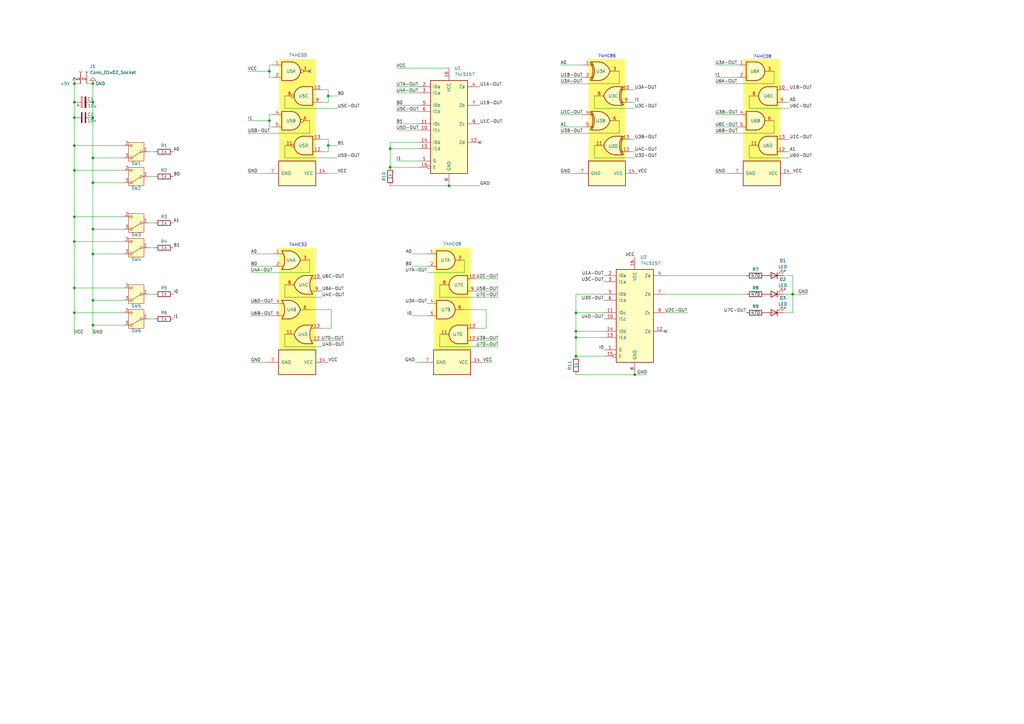
<source format=kicad_sch>
(kicad_sch (version 20231120) (generator "eeschema") (generator_version "8.0")
  (paper "A3")
  (lib_symbols
    (symbol "74xx:74HC00" (pin_names (offset 1.016))
      (property "Reference" "U" (at 0 1.27 0))
      (property "Value" "74HC00" (at 0 -1.27 0))
      (symbol "74HC00_1_1"
        (pin input line (at -7.62 2.54 0) (length 3.81) (name "~") (number "1"))
        (pin input line (at -7.62 -2.54 0) (length 3.81) (name "~") (number "2"))
        (pin output inverted (at 7.62 0 180) (length 3.81) (name "~") (number "3"))
      )
      (symbol "74HC00_1_2"
        (pin input inverted (at -7.62 2.54 0) (length 4.318) (name "~") (number "1"))
        (pin input inverted (at -7.62 -2.54 0) (length 4.318) (name "~") (number "2"))
        (pin output line (at 7.62 0 180) (length 3.81) (name "~") (number "3"))
      )
      (symbol "74HC00_2_1"
        (pin input line (at -7.62 2.54 0) (length 3.81) (name "~") (number "4"))
        (pin input line (at -7.62 -2.54 0) (length 3.81) (name "~") (number "5"))
        (pin output inverted (at 7.62 0 180) (length 3.81) (name "~") (number "6"))
      )
      (symbol "74HC00_2_2"
        (pin input inverted (at -7.62 2.54 0) (length 4.318) (name "~") (number "4"))
        (pin input inverted (at -7.62 -2.54 0) (length 4.318) (name "~") (number "5"))
        (pin output line (at 7.62 0 180) (length 3.81) (name "~") (number "6"))
      )
      (symbol "74HC00_3_1"
        (pin input line (at -7.62 -2.54 0) (length 3.81) (name "~") (number "10"))
        (pin output inverted (at 7.62 0 180) (length 3.81) (name "~") (number "8"))
        (pin input line (at -7.62 2.54 0) (length 3.81) (name "~") (number "9"))
      )
      (symbol "74HC00_3_2"
        (pin input inverted (at -7.62 -2.54 0) (length 4.318) (name "~") (number "10"))
        (pin output line (at 7.62 0 180) (length 3.81) (name "~") (number "8"))
        (pin input inverted (at -7.62 2.54 0) (length 4.318) (name "~") (number "9"))
      )
      (symbol "74HC00_4_1"
        (pin output inverted (at 7.62 0 180) (length 3.81) (name "~") (number "11"))
        (pin input line (at -7.62 2.54 0) (length 3.81) (name "~") (number "12"))
        (pin input line (at -7.62 -2.54 0) (length 3.81) (name "~") (number "13"))
      )
      (symbol "74HC00_4_2"
        (pin output line (at 7.62 0 180) (length 3.81) (name "~") (number "11"))
        (pin input inverted (at -7.62 2.54 0) (length 4.318) (name "~") (number "12"))
        (pin input inverted (at -7.62 -2.54 0) (length 4.318) (name "~") (number "13"))
      )
      (symbol "74HC00_5_0"
        (pin power_in line (at 0 12.7 270) (length 5.08) (name "VCC") (number "14"))
        (pin power_in line (at 0 -12.7 90) (length 5.08) (name "GND") (number "7"))
      )
    )
    (symbol "74xx:74HC86" (pin_names (offset 1.016))
      (property "Reference" "U" (at 0 1.27 0))
      (property "Value" "74HC86" (at 0 -1.27 0))
      (symbol "74HC86_1_0"
        (pin input line (at -7.62 2.54 0) (length 4.445) (name "~") (number "1"))
        (pin input line (at -7.62 -2.54 0) (length 4.445) (name "~") (number "2"))
        (pin output line (at 7.62 0 180) (length 3.81) (name "~") (number "3"))
      )
      (symbol "74HC86_2_0"
        (pin input line (at -7.62 2.54 0) (length 4.445) (name "~") (number "4"))
        (pin input line (at -7.62 -2.54 0) (length 4.445) (name "~") (number "5"))
        (pin output line (at 7.62 0 180) (length 3.81) (name "~") (number "6"))
      )
      (symbol "74HC86_3_0"
        (pin input line (at -7.62 -2.54 0) (length 4.445) (name "~") (number "10"))
        (pin output line (at 7.62 0 180) (length 3.81) (name "~") (number "8"))
        (pin input line (at -7.62 2.54 0) (length 4.445) (name "~") (number "9"))
      )
      (symbol "74HC86_4_0"
        (pin output line (at 7.62 0 180) (length 3.81) (name "~") (number "11"))
        (pin input line (at -7.62 2.54 0) (length 4.445) (name "~") (number "12"))
        (pin input line (at -7.62 -2.54 0) (length 4.445) (name "~") (number "13"))
      )
      (symbol "74HC86_5_0"
        (pin power_in line (at 0 12.7 270) (length 5.08) (name "VCC") (number "14"))
        (pin power_in line (at 0 -12.7 90) (length 5.08) (name "GND") (number "7"))
      )
    )
    (symbol "74xx:74LS08" (pin_names (offset 1.016))
      (property "Reference" "U" (at 0 1.27 0))
      (property "Value" "74LS08" (at 0 -1.27 0))
      (symbol "74LS08_1_1"
        (pin input line (at -7.62 2.54 0) (length 3.81) (name "~") (number "1"))
        (pin input line (at -7.62 -2.54 0) (length 3.81) (name "~") (number "2"))
        (pin output line (at 7.62 0 180) (length 3.81) (name "~") (number "3"))
      )
      (symbol "74LS08_1_2"
        (pin input inverted (at -7.62 2.54 0) (length 4.318) (name "~") (number "1"))
        (pin input inverted (at -7.62 -2.54 0) (length 4.318) (name "~") (number "2"))
        (pin output inverted (at 7.62 0 180) (length 3.81) (name "~") (number "3"))
      )
      (symbol "74LS08_2_1"
        (pin input line (at -7.62 2.54 0) (length 3.81) (name "~") (number "4"))
        (pin input line (at -7.62 -2.54 0) (length 3.81) (name "~") (number "5"))
        (pin output line (at 7.62 0 180) (length 3.81) (name "~") (number "6"))
      )
      (symbol "74LS08_2_2"
        (pin input inverted (at -7.62 2.54 0) (length 4.318) (name "~") (number "4"))
        (pin input inverted (at -7.62 -2.54 0) (length 4.318) (name "~") (number "5"))
        (pin output inverted (at 7.62 0 180) (length 3.81) (name "~") (number "6"))
      )
      (symbol "74LS08_3_1"
        (pin input line (at -7.62 -2.54 0) (length 3.81) (name "~") (number "10"))
        (pin output line (at 7.62 0 180) (length 3.81) (name "~") (number "8"))
        (pin input line (at -7.62 2.54 0) (length 3.81) (name "~") (number "9"))
      )
      (symbol "74LS08_3_2"
        (pin input inverted (at -7.62 -2.54 0) (length 4.318) (name "~") (number "10"))
        (pin output inverted (at 7.62 0 180) (length 3.81) (name "~") (number "8"))
        (pin input inverted (at -7.62 2.54 0) (length 4.318) (name "~") (number "9"))
      )
      (symbol "74LS08_4_1"
        (pin output line (at 7.62 0 180) (length 3.81) (name "~") (number "11"))
        (pin input line (at -7.62 2.54 0) (length 3.81) (name "~") (number "12"))
        (pin input line (at -7.62 -2.54 0) (length 3.81) (name "~") (number "13"))
      )
      (symbol "74LS08_4_2"
        (pin output inverted (at 7.62 0 180) (length 3.81) (name "~") (number "11"))
        (pin input inverted (at -7.62 2.54 0) (length 4.318) (name "~") (number "12"))
        (pin input inverted (at -7.62 -2.54 0) (length 4.318) (name "~") (number "13"))
      )
      (symbol "74LS08_5_0"
        (pin power_in line (at 0 12.7 270) (length 5.08) (name "VCC") (number "14"))
        (pin power_in line (at 0 -12.7 90) (length 5.08) (name "GND") (number "7"))
      )
    )
    (symbol "74xx:74LS157" (pin_names (offset 1.016))
      (property "Reference" "U" (at -7.62 19.05 0))
      (property "Value" "74LS157" (at -7.62 -21.59 0))
      (symbol "74LS157_1_0"
        (pin input line (at -12.7 -15.24 0) (length 5.08) (name "S") (number "1"))
        (pin input line (at -12.7 -2.54 0) (length 5.08) (name "I1c") (number "10"))
        (pin input line (at -12.7 0 0) (length 5.08) (name "I0c") (number "11"))
        (pin output line (at 12.7 -7.62 180) (length 5.08) (name "Zd") (number "12"))
        (pin input line (at -12.7 -10.16 0) (length 5.08) (name "I1d") (number "13"))
        (pin input line (at -12.7 -7.62 0) (length 5.08) (name "I0d") (number "14"))
        (pin input inverted (at -12.7 -17.78 0) (length 5.08) (name "E") (number "15"))
        (pin power_in line (at 0 22.86 270) (length 5.08) (name "VCC") (number "16"))
        (pin input line (at -12.7 15.24 0) (length 5.08) (name "I0a") (number "2"))
        (pin input line (at -12.7 12.7 0) (length 5.08) (name "I1a") (number "3"))
        (pin output line (at 12.7 15.24 180) (length 5.08) (name "Za") (number "4"))
        (pin input line (at -12.7 7.62 0) (length 5.08) (name "I0b") (number "5"))
        (pin input line (at -12.7 5.08 0) (length 5.08) (name "I1b") (number "6"))
        (pin output line (at 12.7 7.62 180) (length 5.08) (name "Zb") (number "7"))
        (pin power_in line (at 0 -25.4 90) (length 5.08) (name "GND") (number "8"))
        (pin output line (at 12.7 0 180) (length 5.08) (name "Zc") (number "9"))
      )
    )
    (symbol "74xx:74LS32" (pin_names (offset 1.016))
      (property "Reference" "U" (at 0 1.27 0))
      (property "Value" "74LS32" (at 0 -1.27 0))
      (symbol "74LS32_1_1"
        (pin input line (at -7.62 2.54 0) (length 4.318) (name "~") (number "1"))
        (pin input line (at -7.62 -2.54 0) (length 4.318) (name "~") (number "2"))
        (pin output line (at 7.62 0 180) (length 3.81) (name "~") (number "3"))
      )
      (symbol "74LS32_1_2"
        (pin input inverted (at -7.62 2.54 0) (length 3.81) (name "~") (number "1"))
        (pin input inverted (at -7.62 -2.54 0) (length 3.81) (name "~") (number "2"))
        (pin output inverted (at 7.62 0 180) (length 3.81) (name "~") (number "3"))
      )
      (symbol "74LS32_2_1"
        (pin input line (at -7.62 2.54 0) (length 4.318) (name "~") (number "4"))
        (pin input line (at -7.62 -2.54 0) (length 4.318) (name "~") (number "5"))
        (pin output line (at 7.62 0 180) (length 3.81) (name "~") (number "6"))
      )
      (symbol "74LS32_2_2"
        (pin input inverted (at -7.62 2.54 0) (length 3.81) (name "~") (number "4"))
        (pin input inverted (at -7.62 -2.54 0) (length 3.81) (name "~") (number "5"))
        (pin output inverted (at 7.62 0 180) (length 3.81) (name "~") (number "6"))
      )
      (symbol "74LS32_3_1"
        (pin input line (at -7.62 -2.54 0) (length 4.318) (name "~") (number "10"))
        (pin output line (at 7.62 0 180) (length 3.81) (name "~") (number "8"))
        (pin input line (at -7.62 2.54 0) (length 4.318) (name "~") (number "9"))
      )
      (symbol "74LS32_3_2"
        (pin input inverted (at -7.62 -2.54 0) (length 3.81) (name "~") (number "10"))
        (pin output inverted (at 7.62 0 180) (length 3.81) (name "~") (number "8"))
        (pin input inverted (at -7.62 2.54 0) (length 3.81) (name "~") (number "9"))
      )
      (symbol "74LS32_4_1"
        (pin output line (at 7.62 0 180) (length 3.81) (name "~") (number "11"))
        (pin input line (at -7.62 2.54 0) (length 4.318) (name "~") (number "12"))
        (pin input line (at -7.62 -2.54 0) (length 4.318) (name "~") (number "13"))
      )
      (symbol "74LS32_4_2"
        (pin output inverted (at 7.62 0 180) (length 3.81) (name "~") (number "11"))
        (pin input inverted (at -7.62 2.54 0) (length 3.81) (name "~") (number "12"))
        (pin input inverted (at -7.62 -2.54 0) (length 3.81) (name "~") (number "13"))
      )
      (symbol "74LS32_5_0"
        (pin power_in line (at 0 12.7 270) (length 5.08) (name "VCC") (number "14"))
        (pin power_in line (at 0 -12.7 90) (length 5.08) (name "GND") (number "7"))
      )
    )
    (symbol "Connector:Conn_01x02_Socket" (pin_names (offset 1.016) hide)
      (property "Reference" "J" (at 0 2.54 0))
      (property "Value" "Conn_01x02_Socket" (at 0 -5.08 0))
      (symbol "Conn_01x02_Socket_1_1"
        (pin passive line (at -5.08 0 0) (length 3.81) (name "Pin_1") (number "1"))
        (pin passive line (at -5.08 -2.54 0) (length 3.81) (name "Pin_2") (number "2"))
      )
    )
    (symbol "Device:C" (pin_numbers hide) (pin_names (offset 0.254))
      (property "Reference" "C" (at 0.635 2.54 0))
      (property "Value" "C" (at 0.635 -2.54 0))
      (symbol "C_1_1"
        (pin passive line (at 0 3.81 270) (length 2.794) (name "~") (number "1"))
        (pin passive line (at 0 -3.81 90) (length 2.794) (name "~") (number "2"))
      )
    )
    (symbol "Device:C_Polarized" (pin_numbers hide) (pin_names (offset 0.254))
      (property "Reference" "C" (at 0.635 2.54 0))
      (property "Value" "C_Polarized" (at 0.635 -2.54 0))
      (symbol "C_Polarized_1_1"
        (pin passive line (at 0 3.81 270) (length 2.794) (name "~") (number "1"))
        (pin passive line (at 0 -3.81 90) (length 2.794) (name "~") (number "2"))
      )
    )
    (symbol "Device:LED" (pin_numbers hide) (pin_names (offset 1.016) hide)
      (property "Reference" "D" (at 0 2.54 0))
      (property "Value" "LED" (at 0 -2.54 0))
      (symbol "LED_1_1"
        (pin passive line (at -3.81 0 0) (length 2.54) (name "K") (number "1"))
        (pin passive line (at 3.81 0 180) (length 2.54) (name "A") (number "2"))
      )
    )
    (symbol "Device:R" (pin_numbers hide) (pin_names (offset 0))
      (property "Reference" "R" (at 2.032 0 90))
      (property "Value" "R" (at 0 0 90))
      (symbol "R_1_1"
        (pin passive line (at 0 3.81 270) (length 1.27) (name "~") (number "1"))
        (pin passive line (at 0 -3.81 90) (length 1.27) (name "~") (number "2"))
      )
    )
    (symbol "Switch:SW_Wuerth_450301014042" (pin_names (offset 1) hide)
      (property "Reference" "SW" (at 0 5.08 0))
      (property "Value" "SW_Wuerth_450301014042" (at 0 -5.08 0))
      (symbol "SW_Wuerth_450301014042_1_1"
        (pin passive line (at -5.08 0 0) (length 2.54) (name "B") (number "1"))
        (pin passive line (at 5.08 -2.54 180) (length 2.54) (name "C") (number "2"))
        (pin passive line (at 5.08 2.54 180) (length 2.54) (name "A") (number "3"))
      )
    )
    (symbol "power:+5V" (power) (pin_numbers hide) (pin_names (offset 0) hide)
      (property "Value" "+5V" (at 0 3.556 0))
      (symbol "+5V_1_1"
        (pin power_in line (at 0 0 90) (length 0) (name "~") (number "1"))
      )
    )
    (symbol "power:GND" (power) (pin_numbers hide) (pin_names (offset 0) hide)
      (property "Value" "GND" (at 0 -3.81 0))
      (symbol "GND_1_1"
        (pin power_in line (at 0 0 270) (length 0) (name "~") (number "1"))
      )
    )
  )
  (junction (at 30.48 59.69))
  (junction (at 38.1 34.29))
  (junction (at 30.48 34.29))
  (junction (at 236.22 146.05))
  (junction (at 134.62 59.69))
  (junction (at 30.48 118.11))
  (junction (at 260.35 153.67))
  (junction (at 38.1 41.91))
  (junction (at 160.02 68.58))
  (junction (at 30.48 69.85))
  (junction (at 30.48 88.9))
  (junction (at 38.1 133.35))
  (junction (at 30.48 41.91))
  (junction (at 134.62 39.37))
  (junction (at 236.22 135.89))
  (junction (at 30.48 99.06))
  (junction (at 236.22 138.43))
  (junction (at 38.1 48.26))
  (junction (at 38.1 93.98))
  (junction (at 160.02 60.96))
  (junction (at 38.1 104.14))
  (junction (at 110.49 29.21))
  (junction (at 110.49 49.53))
  (junction (at 38.1 74.93))
  (junction (at 38.1 123.19))
  (junction (at 30.48 48.26))
  (junction (at 236.22 128.27))
  (junction (at 184.15 76.2))
  (junction (at 325.12 120.65))
  (junction (at 38.1 64.77))
  (junction (at 30.48 128.27))
  (no_connect (at 196.85 58.42))
  (no_connect (at 127 29.21))
  (no_connect (at 273.05 135.89))
  (wire (pts (xy 236.22 138.43) (xy 236.22 146.05)))
  (wire (pts (xy 236.22 138.43) (xy 247.65 138.43)))
  (wire (pts (xy 134.62 36.83) (xy 134.62 39.37)))
  (wire (pts (xy 204.47 119.38) (xy 195.58 119.38)))
  (wire (pts (xy 325.12 120.65) (xy 331.47 120.65)))
  (wire (pts (xy 110.49 31.75) (xy 111.76 31.75)))
  (wire (pts (xy 127 49.53) (xy 127 54.61)))
  (wire (pts (xy 30.48 128.27) (xy 30.48 137.16)))
  (wire (pts (xy 273.05 120.65) (xy 306.07 120.65)))
  (wire (pts (xy 317.5 29.21) (xy 317.5 34.29)))
  (wire (pts (xy 134.62 62.23) (xy 132.08 62.23)))
  (wire (pts (xy 134.62 57.15) (xy 134.62 59.69)))
  (wire (pts (xy 110.49 49.53) (xy 110.49 46.99)))
  (wire (pts (xy 321.31 120.65) (xy 325.12 120.65)))
  (wire (pts (xy 168.91 129.54) (xy 175.26 129.54)))
  (wire (pts (xy 293.37 71.12) (xy 299.72 71.12)))
  (wire (pts (xy 102.87 148.59) (xy 109.22 148.59)))
  (wire (pts (xy 110.49 31.75) (xy 110.49 29.21)))
  (wire (pts (xy 38.1 34.29) (xy 38.1 41.91)))
  (wire (pts (xy 199.39 127) (xy 199.39 134.62)))
  (wire (pts (xy 162.56 35.56) (xy 171.45 35.56)))
  (wire (pts (xy 102.87 104.14) (xy 111.76 104.14)))
  (wire (pts (xy 116.84 121.92) (xy 116.84 116.84)))
  (wire (pts (xy 160.02 76.2) (xy 184.15 76.2)))
  (wire (pts (xy 50.8 118.11) (xy 30.48 118.11)))
  (wire (pts (xy 101.6 49.53) (xy 110.49 49.53)))
  (wire (pts (xy 247.65 120.65) (xy 236.22 120.65)))
  (wire (pts (xy 236.22 128.27) (xy 236.22 135.89)))
  (wire (pts (xy 323.85 57.15) (xy 322.58 57.15)))
  (wire (pts (xy 243.84 64.77) (xy 260.35 64.77)))
  (wire (pts (xy 307.34 64.77) (xy 323.85 64.77)))
  (wire (pts (xy 162.56 66.04) (xy 171.45 66.04)))
  (wire (pts (xy 38.1 64.77) (xy 50.8 64.77)))
  (wire (pts (xy 38.1 133.35) (xy 50.8 133.35)))
  (wire (pts (xy 132.08 142.24) (xy 116.84 142.24)))
  (wire (pts (xy 323.85 62.23) (xy 322.58 62.23)))
  (wire (pts (xy 160.02 68.58) (xy 171.45 68.58)))
  (wire (pts (xy 116.84 44.45) (xy 138.43 44.45)))
  (wire (pts (xy 260.35 41.91) (xy 259.08 41.91)))
  (wire (pts (xy 293.37 26.67) (xy 302.26 26.67)))
  (wire (pts (xy 162.56 43.18) (xy 171.45 43.18)))
  (wire (pts (xy 38.1 48.26) (xy 38.1 64.77)))
  (wire (pts (xy 38.1 93.98) (xy 38.1 74.93)))
  (wire (pts (xy 132.08 36.83) (xy 134.62 36.83)))
  (wire (pts (xy 50.8 69.85) (xy 30.48 69.85)))
  (wire (pts (xy 325.12 120.65) (xy 325.12 128.27)))
  (wire (pts (xy 38.1 133.35) (xy 38.1 123.19)))
  (wire (pts (xy 30.48 41.91) (xy 30.48 34.29)))
  (wire (pts (xy 50.8 128.27) (xy 30.48 128.27)))
  (wire (pts (xy 323.85 41.91) (xy 322.58 41.91)))
  (wire (pts (xy 30.48 88.9) (xy 50.8 88.9)))
  (wire (pts (xy 135.89 127) (xy 135.89 134.62)))
  (wire (pts (xy 162.56 53.34) (xy 171.45 53.34)))
  (wire (pts (xy 134.62 41.91) (xy 132.08 41.91)))
  (wire (pts (xy 307.34 39.37) (xy 307.34 44.45)))
  (wire (pts (xy 127 54.61) (xy 101.6 54.61)))
  (wire (pts (xy 243.84 39.37) (xy 243.84 44.45)))
  (wire (pts (xy 30.48 99.06) (xy 50.8 99.06)))
  (wire (pts (xy 140.97 139.7) (xy 132.08 139.7)))
  (wire (pts (xy 229.87 26.67) (xy 238.76 26.67)))
  (wire (pts (xy 60.96 91.44) (xy 63.5 91.44)))
  (wire (pts (xy 195.58 114.3) (xy 204.47 114.3)))
  (wire (pts (xy 38.1 93.98) (xy 50.8 93.98)))
  (wire (pts (xy 204.47 139.7) (xy 195.58 139.7)))
  (wire (pts (xy 229.87 54.61) (xy 254 54.61)))
  (wire (pts (xy 110.49 26.67) (xy 111.76 26.67)))
  (wire (pts (xy 38.1 41.91) (xy 38.1 48.26)))
  (wire (pts (xy 110.49 52.07) (xy 111.76 52.07)))
  (wire (pts (xy 273.05 113.03) (xy 306.07 113.03)))
  (wire (pts (xy 30.48 118.11) (xy 30.48 128.27)))
  (wire (pts (xy 30.48 99.06) (xy 30.48 118.11)))
  (wire (pts (xy 243.84 44.45) (xy 260.35 44.45)))
  (wire (pts (xy 110.49 49.53) (xy 110.49 52.07)))
  (wire (pts (xy 30.48 59.69) (xy 30.48 69.85)))
  (wire (pts (xy 116.84 142.24) (xy 116.84 137.16)))
  (wire (pts (xy 293.37 54.61) (xy 317.5 54.61)))
  (wire (pts (xy 38.1 104.14) (xy 38.1 93.98)))
  (wire (pts (xy 260.35 57.15) (xy 259.08 57.15)))
  (wire (pts (xy 60.96 101.6) (xy 63.5 101.6)))
  (wire (pts (xy 236.22 135.89) (xy 247.65 135.89)))
  (wire (pts (xy 35.56 34.29) (xy 38.1 34.29)))
  (wire (pts (xy 162.56 27.94) (xy 184.15 27.94)))
  (wire (pts (xy 175.26 111.76) (xy 190.5 111.76)))
  (wire (pts (xy 127 111.76) (xy 102.87 111.76)))
  (wire (pts (xy 30.48 34.29) (xy 33.02 34.29)))
  (wire (pts (xy 127 127) (xy 135.89 127)))
  (wire (pts (xy 60.96 72.39) (xy 63.5 72.39)))
  (wire (pts (xy 196.85 76.2) (xy 184.15 76.2)))
  (wire (pts (xy 293.37 31.75) (xy 302.26 31.75)))
  (wire (pts (xy 160.02 58.42) (xy 171.45 58.42)))
  (wire (pts (xy 190.5 127) (xy 199.39 127)))
  (wire (pts (xy 134.62 59.69) (xy 138.43 59.69)))
  (wire (pts (xy 254 29.21) (xy 254 34.29)))
  (wire (pts (xy 160.02 60.96) (xy 171.45 60.96)))
  (wire (pts (xy 323.85 36.83) (xy 322.58 36.83)))
  (wire (pts (xy 116.84 59.69) (xy 116.84 64.77)))
  (wire (pts (xy 162.56 50.8) (xy 171.45 50.8)))
  (wire (pts (xy 60.96 120.65) (xy 63.5 120.65)))
  (wire (pts (xy 30.48 48.26) (xy 30.48 59.69)))
  (wire (pts (xy 281.94 128.27) (xy 273.05 128.27)))
  (wire (pts (xy 127 106.68) (xy 127 111.76)))
  (wire (pts (xy 132.08 57.15) (xy 134.62 57.15)))
  (wire (pts (xy 101.6 71.12) (xy 109.22 71.12)))
  (wire (pts (xy 229.87 31.75) (xy 238.76 31.75)))
  (wire (pts (xy 229.87 34.29) (xy 254 34.29)))
  (wire (pts (xy 180.34 116.84) (xy 180.34 121.92)))
  (wire (pts (xy 236.22 146.05) (xy 247.65 146.05)))
  (wire (pts (xy 293.37 52.07) (xy 302.26 52.07)))
  (wire (pts (xy 110.49 29.21) (xy 110.49 26.67)))
  (wire (pts (xy 38.1 74.93) (xy 50.8 74.93)))
  (wire (pts (xy 134.62 39.37) (xy 134.62 41.91)))
  (wire (pts (xy 116.84 39.37) (xy 116.84 44.45)))
  (wire (pts (xy 317.5 49.53) (xy 317.5 54.61)))
  (wire (pts (xy 30.48 69.85) (xy 30.48 88.9)))
  (wire (pts (xy 201.93 148.59) (xy 198.12 148.59)))
  (wire (pts (xy 325.12 128.27) (xy 321.31 128.27)))
  (wire (pts (xy 116.84 64.77) (xy 138.43 64.77)))
  (wire (pts (xy 260.35 36.83) (xy 259.08 36.83)))
  (wire (pts (xy 236.22 135.89) (xy 236.22 138.43)))
  (wire (pts (xy 38.1 104.14) (xy 50.8 104.14)))
  (wire (pts (xy 190.5 106.68) (xy 190.5 111.76)))
  (wire (pts (xy 170.18 148.59) (xy 172.72 148.59)))
  (wire (pts (xy 180.34 142.24) (xy 204.47 142.24)))
  (wire (pts (xy 102.87 109.22) (xy 111.76 109.22)))
  (wire (pts (xy 101.6 29.21) (xy 110.49 29.21)))
  (wire (pts (xy 162.56 38.1) (xy 171.45 38.1)))
  (wire (pts (xy 38.1 74.93) (xy 38.1 64.77)))
  (wire (pts (xy 325.12 113.03) (xy 325.12 120.65)))
  (wire (pts (xy 229.87 46.99) (xy 238.76 46.99)))
  (wire (pts (xy 260.35 153.67) (xy 236.22 153.67)))
  (wire (pts (xy 236.22 128.27) (xy 247.65 128.27)))
  (wire (pts (xy 135.89 134.62) (xy 132.08 134.62)))
  (wire (pts (xy 134.62 59.69) (xy 134.62 62.23)))
  (wire (pts (xy 132.08 121.92) (xy 116.84 121.92)))
  (wire (pts (xy 229.87 52.07) (xy 238.76 52.07)))
  (wire (pts (xy 293.37 34.29) (xy 317.5 34.29)))
  (wire (pts (xy 30.48 59.69) (xy 50.8 59.69)))
  (wire (pts (xy 38.1 123.19) (xy 50.8 123.19)))
  (wire (pts (xy 168.91 109.22) (xy 175.26 109.22)))
  (wire (pts (xy 111.76 129.54) (xy 102.87 129.54)))
  (wire (pts (xy 160.02 60.96) (xy 160.02 68.58)))
  (wire (pts (xy 30.48 88.9) (xy 30.48 99.06)))
  (wire (pts (xy 162.56 45.72) (xy 171.45 45.72)))
  (wire (pts (xy 307.34 44.45) (xy 323.85 44.45)))
  (wire (pts (xy 180.34 121.92) (xy 204.47 121.92)))
  (wire (pts (xy 254 54.61) (xy 254 49.53)))
  (wire (pts (xy 160.02 58.42) (xy 160.02 60.96)))
  (wire (pts (xy 199.39 134.62) (xy 195.58 134.62)))
  (wire (pts (xy 38.1 133.35) (xy 38.1 137.16)))
  (wire (pts (xy 134.62 39.37) (xy 138.43 39.37)))
  (wire (pts (xy 168.91 104.14) (xy 175.26 104.14)))
  (wire (pts (xy 30.48 48.26) (xy 30.48 41.91)))
  (wire (pts (xy 180.34 137.16) (xy 180.34 142.24)))
  (wire (pts (xy 236.22 120.65) (xy 236.22 128.27)))
  (wire (pts (xy 110.49 46.99) (xy 111.76 46.99)))
  (wire (pts (xy 260.35 62.23) (xy 259.08 62.23)))
  (wire (pts (xy 102.87 124.46) (xy 111.76 124.46)))
  (wire (pts (xy 60.96 130.81) (xy 63.5 130.81)))
  (wire (pts (xy 38.1 123.19) (xy 38.1 104.14)))
  (wire (pts (xy 138.43 71.12) (xy 134.62 71.12)))
  (wire (pts (xy 293.37 46.99) (xy 302.26 46.99)))
  (wire (pts (xy 243.84 59.69) (xy 243.84 64.77)))
  (wire (pts (xy 325.12 113.03) (xy 321.31 113.03)))
  (wire (pts (xy 307.34 64.77) (xy 307.34 59.69)))
  (wire (pts (xy 63.5 62.23) (xy 60.96 62.23)))
  (wire (pts (xy 265.43 153.67) (xy 260.35 153.67)))
  (wire (pts (xy 229.87 71.12) (xy 236.22 71.12)))
  (rectangle (start 114.3 24.13) (end 129.54 76.2) (stroke (width -0.0001)) (fill (type color) (color 255 249 114 1)))
  (rectangle (start 177.8 101.6) (end 193.04 153.67) (stroke (width -0.0001)) (fill (type color) (color 255 249 114 1)))
  (rectangle (start 114.3 101.6) (end 129.54 153.67) (stroke (width -0.0001)) (fill (type color) (color 255 249 114 1)))
  (rectangle (start 304.8 24.13) (end 320.04 76.2) (stroke (width -0.0001)) (fill (type color) (color 255 249 114 1)))
  (rectangle (start 241.3 24.13) (end 256.54 76.2) (stroke (width -0.0001)) (fill (type color) (color 255 249 114 1)))
  (text "74HC32" (at 122.174 100.584 0) (effects (font (size 1.27 1.27))))
  (text "74HC08\n" (at 312.674 23.368 0) (effects (font (size 1.27 1.27))))
  (text "74HC86" (at 248.92 23.114 0) (effects (font (size 1.27 1.27))))
  (label "VCC" (at 101.6 29.21 0))
  (label "B1" (at 138.43 59.69 0))
  (label "I0" (at 71.12 120.65 0))
  (label "U3A-OUT" (at 175.26 124.46 180))
  (label "U5D-OUT" (at 162.56 53.34 0))
  (label "U4D-OUT" (at 247.65 130.81 180))
  (label "U5B-OUT" (at 204.47 119.38 180))
  (label "U6D-OUT" (at 102.87 124.46 0))
  (label "A0" (at 168.91 104.14 180))
  (label "VCC" (at 162.56 27.94 0))
  (label "GND" (at 196.85 76.2 0))
  (label "U3C-OUT" (at 247.65 115.57 180))
  (label "GND" (at 38.1 137.16 0))
  (label "A0" (at 102.87 104.14 0))
  (label "I1" (at 101.6 49.53 0))
  (label "U3A-OUT" (at 260.35 36.83 0))
  (label "U7C-OUT" (at 306.07 128.27 180))
  (label "B0" (at 71.12 72.39 0))
  (label "B0" (at 162.56 43.18 0))
  (label "B0" (at 138.43 39.37 0))
  (label "B1" (at 162.56 50.8 0))
  (label "U2C-OUT" (at 204.47 114.3 180))
  (label "VCC" (at 201.93 148.59 180))
  (label "A0" (at 229.87 26.67 0))
  (label "U7A-OUT" (at 175.26 111.76 180))
  (label "VCC" (at 138.43 71.12 0))
  (label "U1A-OUT" (at 196.85 35.56 0))
  (label "U3B-OUT" (at 229.87 54.61 0))
  (label "U6B-OUT" (at 293.37 54.61 0))
  (label "I0" (at 168.91 129.54 180))
  (label "U3A-OUT" (at 293.37 26.67 0))
  (label "GND" (at 229.87 71.12 0))
  (label "U3A-OUT" (at 229.87 34.29 0))
  (label "B1" (at 71.12 101.6 0))
  (label "U4D-OUT" (at 132.08 142.24 0))
  (label "I1" (at 71.12 130.81 0))
  (label "VCC" (at 30.48 137.16 0))
  (label "VCC" (at 260.35 105.41 180))
  (label "U3D-OUT" (at 260.35 64.77 0))
  (label "A0" (at 71.12 62.23 0))
  (label "GND" (at 101.6 71.12 0))
  (label "U1C-OUT" (at 229.87 46.99 0))
  (label "U3B-OUT" (at 293.37 46.99 0))
  (label "U1C-OUT" (at 196.85 50.8 0))
  (label "U6A-OUT" (at 132.08 119.38 0))
  (label "U6B-OUT" (at 102.87 129.54 0))
  (label "U5B-OUT" (at 101.6 54.61 0))
  (label "U6C-OUT" (at 323.85 44.45 0))
  (label "A1" (at 71.12 91.44 0))
  (label "U1B-OUT" (at 196.85 43.18 0))
  (label "GND" (at 293.37 71.12 0))
  (label "U3B-OUT" (at 260.35 57.15 0))
  (label "U3B-OUT" (at 204.47 139.7 180))
  (label "U5C-OUT" (at 162.56 45.72 0))
  (label "VCC" (at 134.62 148.59 0))
  (label "VCC" (at 325.12 71.12 0))
  (label "GND" (at 102.87 148.59 0))
  (label "U3D-OUT" (at 247.65 123.19 180))
  (label "U1B-OUT" (at 229.87 31.75 0))
  (label "U4C-OUT" (at 260.35 62.23 0))
  (label "U4A-OUT" (at 102.87 111.76 0))
  (label "U1A-OUT" (at 247.65 113.03 180))
  (label "U7D-OUT" (at 204.47 142.24 180))
  (label "I1" (at 260.35 41.91 0))
  (label "VCC" (at 261.62 71.12 0))
  (label "A0" (at 323.85 41.91 0))
  (label "GND" (at 170.18 148.59 180))
  (label "GND" (at 331.47 120.65 180))
  (label "I1" (at 293.37 31.75 0))
  (label "GND" (at 265.43 153.67 180))
  (label "U4A-OUT" (at 162.56 38.1 0))
  (label "U5D-OUT" (at 138.43 64.77 0))
  (label "U6D-OUT" (at 323.85 64.77 0))
  (label "U6A-OUT" (at 293.37 34.29 0))
  (label "U2C-OUT" (at 281.94 128.27 180))
  (label "U4C-OUT" (at 132.08 121.92 0))
  (label "B0" (at 102.87 109.22 0))
  (label "I1" (at 162.56 66.04 0))
  (label "U6C-OUT" (at 293.37 52.07 0))
  (label "U7D-OUT" (at 140.97 139.7 180))
  (label "U1C-OUT" (at 323.85 57.15 0))
  (label "I0" (at 247.65 143.51 180))
  (label "A1" (at 323.85 62.23 0))
  (label "U3C-OUT" (at 260.35 44.45 0))
  (label "U6C-OUT" (at 132.08 114.3 0))
  (label "U5C-OUT" (at 138.43 44.45 0))
  (label "U1B-OUT" (at 323.85 36.83 0))
  (label "U7C-OUT" (at 204.47 121.92 180))
  (label "B0" (at 168.91 109.22 180))
  (label "U7A-OUT" (at 162.56 35.56 0))
  (label "A1" (at 229.87 52.07 0))
  (symbol (lib_id "74xx:74HC86") (at 246.38 29.21 0) (unit 1)
    (property "Reference" "U3" (at 246.38 29.21 0))
    (property "Value" "74HC86" (effects (hide yes)))
    (property "Footprint" "Package_SO:SO-14_3.9x8.65mm_P1.27mm" (effects (hide yes)))
    (property "Datasheet" "http://www.ti.com/lit/gpn/sn74HC86" (effects (hide yes)))
    (property "Description" "Quad 2-input XOR" (effects (hide yes)))
  )
  (symbol (lib_id "74xx:74LS32") (at 119.38 127 0) (unit 2)
    (property "Reference" "U4" (at 119.634 127 0))
    (property "Value" "74LS32" (effects (hide yes)))
    (property "Footprint" "Package_SO:SO-14_3.9x8.65mm_P1.27mm" (effects (hide yes)))
    (property "Datasheet" "http://www.ti.com/lit/gpn/sn74LS32" (effects (hide yes)))
    (property "Description" "Quad 2-input OR" (effects (hide yes)))
  )
  (symbol (lib_id "Device:LED") (at 317.5 113.03 180) (unit 1)
    (property "Reference" "D1" (at 321.056 106.934 0))
    (property "Value" "LED" (at 321.056 109.474 0))
    (property "Footprint" "LED_THT:LED_D5.0mm_Clear" (effects (hide yes)))
    (property "Description" "Light emitting diode" (effects (hide yes)))
  )
  (symbol (lib_id "74xx:74HC00") (at 124.46 59.69 180) (unit 4)
    (property "Reference" "U5" (at 124.46 59.69 0))
    (property "Value" "74HC00" (effects (hide yes)))
    (property "Footprint" "Package_SO:SO-14_3.9x8.65mm_P1.27mm" (effects (hide yes)))
    (property "Datasheet" "http://www.ti.com/lit/gpn/sn74hc00" (effects (hide yes)))
    (property "Description" "quad 2-input NAND gate" (effects (hide yes)))
  )
  (symbol (lib_id "Device:LED") (at 317.5 120.65 180) (unit 1)
    (property "Reference" "D2" (at 321.056 114.554 0))
    (property "Value" "LED" (at 321.056 117.094 0))
    (property "Footprint" "LED_THT:LED_D5.0mm_Clear" (effects (hide yes)))
    (property "Description" "Light emitting diode" (effects (hide yes)))
  )
  (symbol (lib_id "74xx:74LS08") (at 312.42 71.12 270) (unit 5)
    (property "Reference" "U6" (effects (hide yes)))
    (property "Value" "74LS08" (effects (hide yes)))
    (property "Footprint" "Package_SO:SO-14_3.9x8.65mm_P1.27mm" (effects (hide yes)))
    (property "Datasheet" "http://www.ti.com/lit/gpn/sn74LS08" (effects (hide yes)))
    (property "Description" "Quad And2" (effects (hide yes)))
  )
  (symbol (lib_id "Switch:SW_Wuerth_450301014042") (at 55.88 101.6 180) (unit 1)
    (property "Reference" "SW4" (at 55.88 106.426 0))
    (property "Value" "SW_Wuerth_450301014042" (effects (hide yes)))
    (property "Footprint" "Button_Switch_THT:SW_Slide-03_Wuerth-WS-SLTV_10x2.5x6.4_P2.54mm" (effects (hide yes)))
    (property "Datasheet" "https://www.we-online.com/components/products/datasheet/450301014042.pdf" (effects (hide yes)))
    (property "Description" "Switch slide, single pole double throw" (effects (hide yes)))
  )
  (symbol (lib_id "74xx:74LS08") (at 314.96 59.69 180) (unit 4)
    (property "Reference" "U6" (at 314.96 59.69 0))
    (property "Value" "74LS08" (effects (hide yes)))
    (property "Footprint" "Package_SO:SO-14_3.9x8.65mm_P1.27mm" (effects (hide yes)))
    (property "Datasheet" "http://www.ti.com/lit/gpn/sn74LS08" (effects (hide yes)))
    (property "Description" "Quad And2" (effects (hide yes)))
  )
  (symbol (lib_id "74xx:74LS32") (at 119.38 106.68 0) (unit 1)
    (property "Reference" "U4" (at 119.38 106.68 0))
    (property "Value" "74LS32" (effects (hide yes)))
    (property "Footprint" "Package_SO:SO-14_3.9x8.65mm_P1.27mm" (effects (hide yes)))
    (property "Datasheet" "http://www.ti.com/lit/gpn/sn74LS32" (effects (hide yes)))
    (property "Description" "Quad 2-input OR" (effects (hide yes)))
  )
  (symbol (lib_id "74xx:74HC00") (at 119.38 29.21 0) (unit 1)
    (property "Reference" "U5" (at 119.3634 29.21 0))
    (property "Value" "74HC00" (at 122.174 22.606 0))
    (property "Footprint" "Package_SO:SO-14_3.9x8.65mm_P1.27mm" (effects (hide yes)))
    (property "Datasheet" "http://www.ti.com/lit/gpn/sn74hc00" (effects (hide yes)))
    (property "Description" "quad 2-input NAND gate" (effects (hide yes)))
  )
  (symbol (lib_id "Connector:Conn_01x02_Socket") (at 33.02 29.21 90) (unit 1)
    (property "Reference" "J1" (at 36.83 27.178 90) (effects (justify right)))
    (property "Value" "Conn_01x02_Socket" (at 36.83 29.718 90) (effects (justify right)))
    (property "Footprint" "Connector_PinSocket_2.00mm:PinSocket_1x02_P2.00mm_Vertical" (effects (hide yes)))
    (property "Description" "Generic connector, single row, 01x02, script generated" (effects (hide yes)))
  )
  (symbol (lib_id "74xx:74LS08") (at 187.96 137.16 180) (unit 4)
    (property "Reference" "U7" (at 187.706 137.16 0))
    (property "Value" "74HC08" (effects (hide yes)))
    (property "Footprint" "Package_SO:SO-14_3.9x8.65mm_P1.27mm" (effects (hide yes)))
    (property "Datasheet" "http://www.ti.com/lit/gpn/sn74LS08" (effects (hide yes)))
    (property "Description" "Quad And2" (effects (hide yes)))
  )
  (symbol (lib_id "74xx:74HC86") (at 246.38 49.53 0) (unit 2)
    (property "Reference" "U3" (at 246.38 49.53 0))
    (property "Value" "74HC86" (effects (hide yes)))
    (property "Footprint" "Package_SO:SO-14_3.9x8.65mm_P1.27mm" (effects (hide yes)))
    (property "Datasheet" "http://www.ti.com/lit/gpn/sn74HC86" (effects (hide yes)))
    (property "Description" "Quad 2-input XOR" (effects (hide yes)))
  )
  (symbol (lib_id "74xx:74LS08") (at 185.42 148.59 270) (unit 5)
    (property "Reference" "U7" (effects (hide yes)))
    (property "Value" "74HC08" (effects (hide yes)))
    (property "Footprint" "Package_SO:SO-14_3.9x8.65mm_P1.27mm" (effects (hide yes)))
    (property "Datasheet" "http://www.ti.com/lit/gpn/sn74LS08" (effects (hide yes)))
    (property "Description" "Quad And2" (effects (hide yes)))
  )
  (symbol (lib_id "74xx:74HC00") (at 124.46 39.37 180) (unit 3)
    (property "Reference" "U5" (at 124.4766 39.37 0))
    (property "Value" "74HC00" (effects (hide yes)))
    (property "Footprint" "Package_SO:SO-14_3.9x8.65mm_P1.27mm" (effects (hide yes)))
    (property "Datasheet" "http://www.ti.com/lit/gpn/sn74hc00" (effects (hide yes)))
    (property "Description" "quad 2-input NAND gate" (effects (hide yes)))
  )
  (symbol (lib_id "Switch:SW_Wuerth_450301014042") (at 55.88 91.44 180) (unit 1)
    (property "Reference" "SW3" (at 55.88 96.266 0))
    (property "Value" "SW_Wuerth_450301014042" (effects (hide yes)))
    (property "Footprint" "Button_Switch_THT:SW_Slide-03_Wuerth-WS-SLTV_10x2.5x6.4_P2.54mm" (effects (hide yes)))
    (property "Datasheet" "https://www.we-online.com/components/products/datasheet/450301014042.pdf" (effects (hide yes)))
    (property "Description" "Switch slide, single pole double throw" (effects (hide yes)))
  )
  (symbol (lib_id "74xx:74LS08") (at 187.96 116.84 180) (unit 3)
    (property "Reference" "U7" (at 188.2306 116.84 0))
    (property "Value" "74HC08" (effects (hide yes)))
    (property "Footprint" "Package_SO:SO-14_3.9x8.65mm_P1.27mm" (effects (hide yes)))
    (property "Datasheet" "http://www.ti.com/lit/gpn/sn74LS08" (effects (hide yes)))
    (property "Description" "Quad And2" (effects (hide yes)))
  )
  (symbol (lib_id "Device:R") (at 236.22 149.86 180) (unit 1)
    (property "Reference" "R11" (at 233.68 149.86 90))
    (property "Value" "1k" (at 236.22 149.86 90))
    (property "Footprint" "Resistor_THT:R_Axial_DIN0204_L3.6mm_D1.6mm_P7.62mm_Horizontal" (effects (hide yes)))
    (property "Description" "Resistor" (effects (hide yes)))
  )
  (symbol (lib_id "Device:R") (at 309.88 113.03 90) (unit 1)
    (property "Reference" "R7" (at 309.88 110.49 90))
    (property "Value" "470" (at 309.88 113.03 90))
    (property "Footprint" "Resistor_THT:R_Axial_DIN0204_L3.6mm_D1.6mm_P7.62mm_Horizontal" (effects (hide yes)))
    (property "Description" "Resistor" (effects (hide yes)))
  )
  (symbol (lib_id "74xx:74LS157") (at 184.15 50.8 0) (unit 1)
    (property "Reference" "U1" (at 186.3441 27.94 0) (effects (justify left)))
    (property "Value" "74LS157" (at 186.3441 30.48 0) (effects (justify left)))
    (property "Footprint" "Package_SO:SO-16_3.9x9.9mm_P1.27mm" (effects (hide yes)))
    (property "Datasheet" "http://www.ti.com/lit/gpn/sn74LS157" (effects (hide yes)))
    (property "Description" "Quad 2 to 1 line Multiplexer" (effects (hide yes)))
  )
  (symbol (lib_id "74xx:74HC86") (at 251.46 59.69 180) (unit 4)
    (property "Reference" "U3" (at 251.46 59.944 0))
    (property "Value" "74HC86" (effects (hide yes)))
    (property "Footprint" "Package_SO:SO-14_3.9x8.65mm_P1.27mm" (effects (hide yes)))
    (property "Datasheet" "http://www.ti.com/lit/gpn/sn74HC86" (effects (hide yes)))
    (property "Description" "Quad 2-input XOR" (effects (hide yes)))
  )
  (symbol (lib_id "Device:R") (at 160.02 72.39 180) (unit 1)
    (property "Reference" "R10" (at 157.48 72.39 90))
    (property "Value" "1k" (at 160.02 72.39 90))
    (property "Footprint" "Resistor_THT:R_Axial_DIN0204_L3.6mm_D1.6mm_P7.62mm_Horizontal" (effects (hide yes)))
    (property "Description" "Resistor" (effects (hide yes)))
  )
  (symbol (lib_id "Device:R") (at 67.31 91.44 90) (unit 1)
    (property "Reference" "R3" (at 67.31 88.9 90))
    (property "Value" "1k" (at 67.31 91.44 90))
    (property "Footprint" "Resistor_THT:R_Axial_DIN0204_L3.6mm_D1.6mm_P7.62mm_Horizontal" (effects (hide yes)))
    (property "Description" "Resistor" (effects (hide yes)))
  )
  (symbol (lib_id "74xx:74LS08") (at 309.88 29.21 0) (unit 1)
    (property "Reference" "U6" (at 309.626 29.21 0))
    (property "Value" "74LS08" (effects (hide yes)))
    (property "Footprint" "Package_SO:SO-14_3.9x8.65mm_P1.27mm" (effects (hide yes)))
    (property "Datasheet" "http://www.ti.com/lit/gpn/sn74LS08" (effects (hide yes)))
    (property "Description" "Quad And2" (effects (hide yes)))
  )
  (symbol (lib_id "Device:R") (at 67.31 62.23 90) (unit 1)
    (property "Reference" "R1" (at 67.31 59.69 90))
    (property "Value" "1k" (at 67.31 62.23 90))
    (property "Footprint" "Resistor_THT:R_Axial_DIN0204_L3.6mm_D1.6mm_P7.62mm_Horizontal" (effects (hide yes)))
    (property "Description" "Resistor" (effects (hide yes)))
  )
  (symbol (lib_id "74xx:74HC00") (at 119.38 49.53 0) (unit 2)
    (property "Reference" "U5" (at 119.38 49.53 0))
    (property "Value" "74HC00" (effects (hide yes)))
    (property "Footprint" "Package_SO:SO-14_3.9x8.65mm_P1.27mm" (effects (hide yes)))
    (property "Datasheet" "http://www.ti.com/lit/gpn/sn74hc00" (effects (hide yes)))
    (property "Description" "quad 2-input NAND gate" (effects (hide yes)))
  )
  (symbol (lib_id "Switch:SW_Wuerth_450301014042") (at 55.88 72.39 180) (unit 1)
    (property "Reference" "SW2" (at 55.88 77.216 0))
    (property "Value" "SW_Wuerth_450301014042" (effects (hide yes)))
    (property "Footprint" "Button_Switch_THT:SW_Slide-03_Wuerth-WS-SLTV_10x2.5x6.4_P2.54mm" (effects (hide yes)))
    (property "Datasheet" "https://www.we-online.com/components/products/datasheet/450301014042.pdf" (effects (hide yes)))
    (property "Description" "Switch slide, single pole double throw" (effects (hide yes)))
  )
  (symbol (lib_id "74xx:74LS32") (at 124.46 137.16 180) (unit 4)
    (property "Reference" "U4" (at 124.206 137.16 0))
    (property "Value" "74LS32" (effects (hide yes)))
    (property "Footprint" "Package_SO:SO-14_3.9x8.65mm_P1.27mm" (effects (hide yes)))
    (property "Datasheet" "http://www.ti.com/lit/gpn/sn74LS32" (effects (hide yes)))
    (property "Description" "Quad 2-input OR" (effects (hide yes)))
  )
  (symbol (lib_id "74xx:74HC00") (at 121.92 71.12 270) (unit 5)
    (property "Reference" "U5" (effects (hide yes)))
    (property "Value" "74HC00" (effects (hide yes)))
    (property "Footprint" "Package_SO:SO-14_3.9x8.65mm_P1.27mm" (effects (hide yes)))
    (property "Datasheet" "http://www.ti.com/lit/gpn/sn74hc00" (effects (hide yes)))
    (property "Description" "quad 2-input NAND gate" (effects (hide yes)))
  )
  (symbol (lib_id "Device:R") (at 67.31 130.81 90) (unit 1)
    (property "Reference" "R6" (at 67.31 128.27 90))
    (property "Value" "1k" (at 67.31 130.81 90))
    (property "Footprint" "Resistor_THT:R_Axial_DIN0204_L3.6mm_D1.6mm_P7.62mm_Horizontal" (effects (hide yes)))
    (property "Description" "Resistor" (effects (hide yes)))
  )
  (symbol (lib_id "power:+5V") (at 30.48 34.29 0) (unit 1)
    (property "Reference" "#PWR01" (effects (hide yes)))
    (property "Value" "+5V" (at 26.67 34.29 0))
    (property "Description" "Power symbol creates a global label with name \"+5V\"" (effects (hide yes)))
  )
  (symbol (lib_id "74xx:74LS08") (at 309.88 49.53 0) (unit 2)
    (property "Reference" "U6" (at 309.88 49.53 0))
    (property "Value" "74LS08" (effects (hide yes)))
    (property "Footprint" "Package_SO:SO-14_3.9x8.65mm_P1.27mm" (effects (hide yes)))
    (property "Datasheet" "http://www.ti.com/lit/gpn/sn74LS08" (effects (hide yes)))
    (property "Description" "Quad And2" (effects (hide yes)))
  )
  (symbol (lib_id "Device:R") (at 309.88 128.27 90) (unit 1)
    (property "Reference" "R9" (at 309.88 125.73 90))
    (property "Value" "470" (at 309.88 128.27 90))
    (property "Footprint" "Resistor_THT:R_Axial_DIN0204_L3.6mm_D1.6mm_P7.62mm_Horizontal" (effects (hide yes)))
    (property "Description" "Resistor" (effects (hide yes)))
  )
  (symbol (lib_id "power:GND") (at 38.1 34.29 180) (unit 1)
    (property "Reference" "#PWR02" (effects (hide yes)))
    (property "Value" "GND" (at 41.148 34.29 0))
    (property "Description" "Power symbol creates a global label with name \"GND\" , ground" (effects (hide yes)))
  )
  (symbol (lib_id "74xx:74HC86") (at 251.46 39.37 180) (unit 3)
    (property "Reference" "U3" (at 251.46 39.37 0))
    (property "Value" "74HC86" (effects (hide yes)))
    (property "Footprint" "Package_SO:SO-14_3.9x8.65mm_P1.27mm" (effects (hide yes)))
    (property "Datasheet" "http://www.ti.com/lit/gpn/sn74HC86" (effects (hide yes)))
    (property "Description" "Quad 2-input XOR" (effects (hide yes)))
  )
  (symbol (lib_id "74xx:74LS08") (at 182.88 106.68 0) (unit 1)
    (property "Reference" "U7" (at 182.6094 106.68 0))
    (property "Value" "74HC08" (at 185.42 100.076 0))
    (property "Footprint" "Package_SO:SO-14_3.9x8.65mm_P1.27mm" (effects (hide yes)))
    (property "Datasheet" "http://www.ti.com/lit/gpn/sn74LS08" (effects (hide yes)))
    (property "Description" "Quad And2" (effects (hide yes)))
  )
  (symbol (lib_id "Switch:SW_Wuerth_450301014042") (at 55.88 62.23 180) (unit 1)
    (property "Reference" "SW1" (at 55.88 67.056 0))
    (property "Value" "SW_Wuerth_450301014042" (effects (hide yes)))
    (property "Footprint" "Button_Switch_THT:SW_Slide-03_Wuerth-WS-SLTV_10x2.5x6.4_P2.54mm" (effects (hide yes)))
    (property "Datasheet" "https://www.we-online.com/components/products/datasheet/450301014042.pdf" (effects (hide yes)))
    (property "Description" "Switch slide, single pole double throw" (effects (hide yes)))
  )
  (symbol (lib_id "74xx:74LS32") (at 124.46 116.84 180) (unit 3)
    (property "Reference" "U4" (at 124.46 116.84 0))
    (property "Value" "74LS32" (effects (hide yes)))
    (property "Footprint" "Package_SO:SO-14_3.9x8.65mm_P1.27mm" (effects (hide yes)))
    (property "Datasheet" "http://www.ti.com/lit/gpn/sn74LS32" (effects (hide yes)))
    (property "Description" "Quad 2-input OR" (effects (hide yes)))
  )
  (symbol (lib_id "74xx:74LS157") (at 260.35 128.27 0) (unit 1)
    (property "Reference" "U2" (at 262.5441 105.41 0) (effects (justify left)))
    (property "Value" "74LS157" (at 262.5441 107.95 0) (effects (justify left)))
    (property "Footprint" "Package_SO:SO-16_3.9x9.9mm_P1.27mm" (effects (hide yes)))
    (property "Datasheet" "http://www.ti.com/lit/gpn/sn74LS157" (effects (hide yes)))
    (property "Description" "Quad 2 to 1 line Multiplexer" (effects (hide yes)))
  )
  (symbol (lib_id "74xx:74LS08") (at 314.96 39.37 180) (unit 3)
    (property "Reference" "U6" (at 315.214 39.37 0))
    (property "Value" "74LS08" (effects (hide yes)))
    (property "Footprint" "Package_SO:SO-14_3.9x8.65mm_P1.27mm" (effects (hide yes)))
    (property "Datasheet" "http://www.ti.com/lit/gpn/sn74LS08" (effects (hide yes)))
    (property "Description" "Quad And2" (effects (hide yes)))
  )
  (symbol (lib_id "Device:LED") (at 317.5 128.27 180) (unit 1)
    (property "Reference" "D3" (at 321.056 122.174 0))
    (property "Value" "LED" (at 321.056 124.714 0))
    (property "Footprint" "LED_THT:LED_D5.0mm_Clear" (effects (hide yes)))
    (property "Description" "Light emitting diode" (effects (hide yes)))
  )
  (symbol (lib_id "Device:R") (at 309.88 120.65 90) (unit 1)
    (property "Reference" "R8" (at 309.88 118.11 90))
    (property "Value" "470" (at 309.88 120.65 90))
    (property "Footprint" "Resistor_THT:R_Axial_DIN0204_L3.6mm_D1.6mm_P7.62mm_Horizontal" (effects (hide yes)))
    (property "Description" "Resistor" (effects (hide yes)))
  )
  (symbol (lib_id "74xx:74HC86") (at 248.92 71.12 270) (unit 5)
    (property "Reference" "U3" (effects (hide yes)))
    (property "Value" "74HC86" (effects (hide yes)))
    (property "Footprint" "Package_SO:SO-14_3.9x8.65mm_P1.27mm" (effects (hide yes)))
    (property "Datasheet" "http://www.ti.com/lit/gpn/sn74HC86" (effects (hide yes)))
    (property "Description" "Quad 2-input XOR" (effects (hide yes)))
  )
  (symbol (lib_id "Switch:SW_Wuerth_450301014042") (at 55.88 120.65 180) (unit 1)
    (property "Reference" "SW5" (at 55.88 125.476 0))
    (property "Value" "SW_Wuerth_450301014042" (effects (hide yes)))
    (property "Footprint" "Button_Switch_THT:SW_Slide-03_Wuerth-WS-SLTV_10x2.5x6.4_P2.54mm" (effects (hide yes)))
    (property "Datasheet" "https://www.we-online.com/components/products/datasheet/450301014042.pdf" (effects (hide yes)))
    (property "Description" "Switch slide, single pole double throw" (effects (hide yes)))
  )
  (symbol (lib_id "74xx:74LS32") (at 121.92 148.59 270) (unit 5)
    (property "Reference" "U4" (effects (hide yes)))
    (property "Value" "74LS32" (effects (hide yes)))
    (property "Footprint" "Package_SO:SO-14_3.9x8.65mm_P1.27mm" (effects (hide yes)))
    (property "Datasheet" "http://www.ti.com/lit/gpn/sn74LS32" (effects (hide yes)))
    (property "Description" "Quad 2-input OR" (effects (hide yes)))
  )
  (symbol (lib_id "Device:R") (at 67.31 101.6 90) (unit 1)
    (property "Reference" "R4" (at 67.31 99.06 90))
    (property "Value" "1k" (at 67.31 101.6 90))
    (property "Footprint" "Resistor_THT:R_Axial_DIN0204_L3.6mm_D1.6mm_P7.62mm_Horizontal" (effects (hide yes)))
    (property "Description" "Resistor" (effects (hide yes)))
  )
  (symbol (lib_id "74xx:74LS08") (at 182.88 127 0) (unit 2)
    (property "Reference" "U7" (at 182.88 127 0))
    (property "Value" "74HC08" (effects (hide yes)))
    (property "Footprint" "Package_SO:SO-14_3.9x8.65mm_P1.27mm" (effects (hide yes)))
    (property "Datasheet" "http://www.ti.com/lit/gpn/sn74LS08" (effects (hide yes)))
    (property "Description" "Quad And2" (effects (hide yes)))
  )
  (symbol (lib_id "Device:R") (at 67.31 72.39 90) (unit 1)
    (property "Reference" "R2" (at 67.31 69.85 90))
    (property "Value" "1k" (at 67.31 72.39 90))
    (property "Footprint" "Resistor_THT:R_Axial_DIN0204_L3.6mm_D1.6mm_P7.62mm_Horizontal" (effects (hide yes)))
    (property "Description" "Resistor" (effects (hide yes)))
  )
  (symbol (lib_id "Device:R") (at 67.31 120.65 90) (unit 1)
    (property "Reference" "R5" (at 67.31 118.11 90))
    (property "Value" "1k" (at 67.31 120.65 90))
    (property "Footprint" "Resistor_THT:R_Axial_DIN0204_L3.6mm_D1.6mm_P7.62mm_Horizontal" (effects (hide yes)))
    (property "Description" "Resistor" (effects (hide yes)))
  )
  (symbol (lib_id "Device:C") (at 34.29 48.26 90) (unit 1)
    (property "Reference" "C2" (at 37.084 46.99 90))
    (property "Value" "10n" (at 37.592 49.53 90))
    (property "Footprint" "Capacitor_THT:C_Disc_D3.0mm_W2.0mm_P2.50mm" (effects (hide yes)))
    (property "Description" "Unpolarized capacitor" (effects (hide yes)))
  )
  (symbol (lib_id "Device:C_Polarized") (at 34.29 41.91 90) (unit 1)
    (property "Reference" "C1" (at 37.084 40.64 90))
    (property "Value" "10u" (at 37.846 43.434 90))
    (property "Footprint" "Capacitor_THT:CP_Radial_D5.0mm_P2.50mm" (effects (hide yes)))
    (property "Description" "Polarized capacitor" (effects (hide yes)))
  )
  (symbol (lib_id "Switch:SW_Wuerth_450301014042") (at 55.88 130.81 180) (unit 1)
    (property "Reference" "SW6" (at 55.88 135.636 0))
    (property "Value" "SW_Wuerth_450301014042" (effects (hide yes)))
    (property "Footprint" "Button_Switch_THT:SW_Slide-03_Wuerth-WS-SLTV_10x2.5x6.4_P2.54mm" (effects (hide yes)))
    (property "Datasheet" "https://www.we-online.com/components/products/datasheet/450301014042.pdf" (effects (hide yes)))
    (property "Description" "Switch slide, single pole double throw" (effects (hide yes)))
  )
)
</source>
